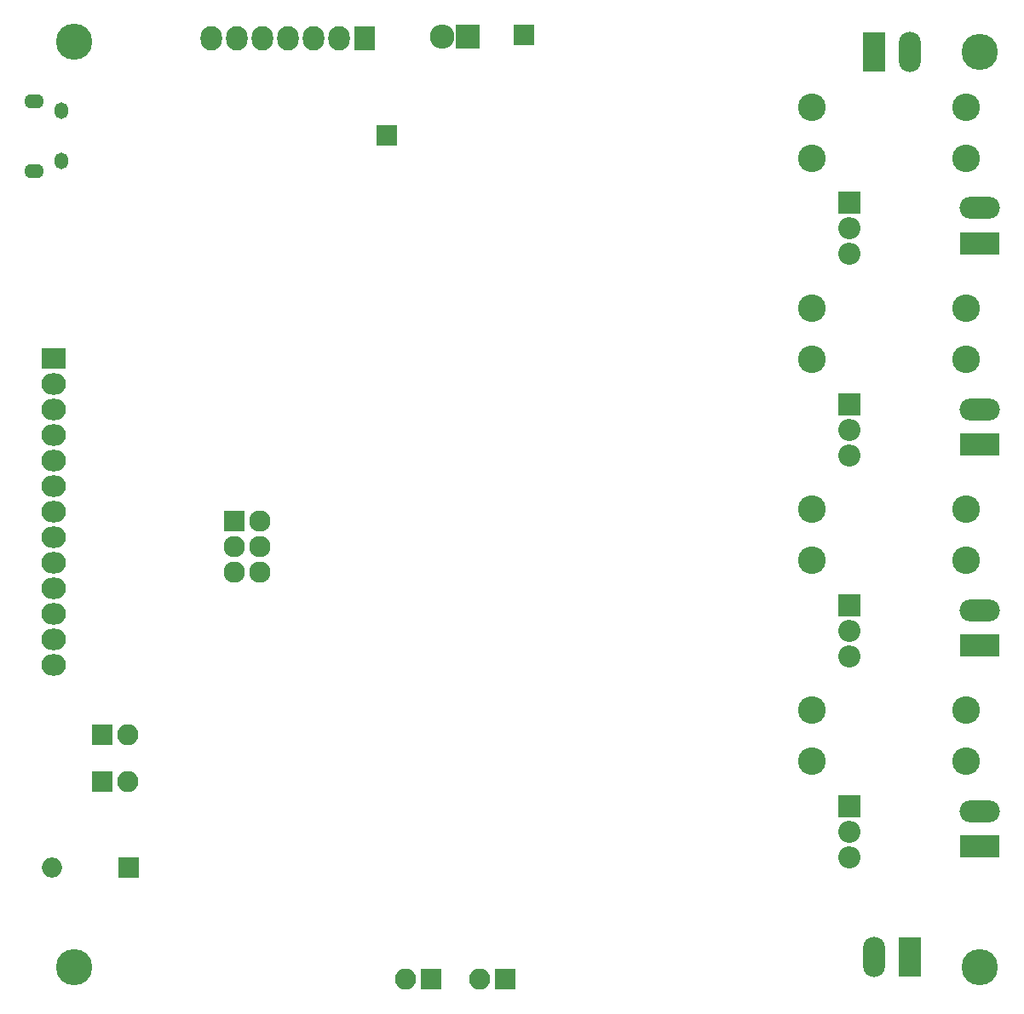
<source format=gbs>
G04 #@! TF.FileFunction,Soldermask,Bot*
%FSLAX46Y46*%
G04 Gerber Fmt 4.6, Leading zero omitted, Abs format (unit mm)*
G04 Created by KiCad (PCBNEW 4.0.5) date 05/01/17 10:10:01*
%MOMM*%
%LPD*%
G01*
G04 APERTURE LIST*
%ADD10C,0.100000*%
%ADD11C,3.600000*%
%ADD12R,2.127200X2.127200*%
%ADD13O,2.127200X2.127200*%
%ADD14R,2.200000X4.000000*%
%ADD15O,2.200000X4.000000*%
%ADD16O,1.350000X1.650000*%
%ADD17O,1.950000X1.400000*%
%ADD18R,2.432000X2.127200*%
%ADD19O,2.432000X2.127200*%
%ADD20C,2.749500*%
%ADD21R,2.100000X2.100000*%
%ADD22O,2.100000X2.100000*%
%ADD23R,2.000000X2.000000*%
%ADD24O,2.000000X2.000000*%
%ADD25R,4.000000X2.200000*%
%ADD26O,4.000000X2.200000*%
%ADD27R,2.127200X2.432000*%
%ADD28O,2.127200X2.432000*%
%ADD29R,2.432000X2.432000*%
%ADD30O,2.432000X2.432000*%
%ADD31R,2.200000X2.200000*%
%ADD32O,2.200000X2.200000*%
G04 APERTURE END LIST*
D10*
D11*
X125000000Y-113000000D03*
X35000000Y-113000000D03*
X125000000Y-22000000D03*
D12*
X50860000Y-68650000D03*
D13*
X53400000Y-68650000D03*
X50860000Y-71190000D03*
X53400000Y-71190000D03*
X50860000Y-73730000D03*
X53400000Y-73730000D03*
D14*
X114510000Y-22000000D03*
D15*
X118010000Y-22000000D03*
D16*
X33710000Y-27850000D03*
X33710000Y-32850000D03*
D17*
X31010000Y-26850000D03*
X31010000Y-33850000D03*
D18*
X32910000Y-52500000D03*
D19*
X32910000Y-55040000D03*
X32910000Y-57580000D03*
X32910000Y-60120000D03*
X32910000Y-62660000D03*
X32910000Y-65200000D03*
X32910000Y-67740000D03*
X32910000Y-70280000D03*
X32910000Y-72820000D03*
X32910000Y-75360000D03*
X32910000Y-77900000D03*
X32910000Y-80440000D03*
X32910000Y-82980000D03*
D20*
X123660640Y-27460000D03*
X123660640Y-32540000D03*
X108339360Y-27460000D03*
X108339360Y-32540000D03*
D21*
X37810000Y-94500000D03*
D22*
X40350000Y-94500000D03*
D21*
X37810000Y-89900000D03*
D22*
X40350000Y-89900000D03*
D23*
X40410000Y-103050000D03*
D24*
X32790000Y-103050000D03*
D20*
X123660640Y-47460000D03*
X123660640Y-52540000D03*
X108339360Y-47460000D03*
X108339360Y-52540000D03*
X123660640Y-67460000D03*
X123660640Y-72540000D03*
X108339360Y-67460000D03*
X108339360Y-72540000D03*
X123660640Y-87460000D03*
X123660640Y-92540000D03*
X108339360Y-87460000D03*
X108339360Y-92540000D03*
D25*
X125000000Y-61000000D03*
D26*
X125000000Y-57500000D03*
D25*
X125000000Y-81000000D03*
D26*
X125000000Y-77500000D03*
D14*
X118000000Y-112000000D03*
D15*
X114500000Y-112000000D03*
D25*
X125000000Y-41000000D03*
D26*
X125000000Y-37500000D03*
D25*
X125000000Y-101000000D03*
D26*
X125000000Y-97500000D03*
D27*
X63810000Y-20600000D03*
D28*
X61270000Y-20600000D03*
X58730000Y-20600000D03*
X56190000Y-20600000D03*
X53650000Y-20600000D03*
X51110000Y-20600000D03*
X48570000Y-20600000D03*
D29*
X74060000Y-20450000D03*
D30*
X71520000Y-20450000D03*
D31*
X112000000Y-37000000D03*
D32*
X112000000Y-39540000D03*
X112000000Y-42080000D03*
D31*
X112000000Y-57000000D03*
D32*
X112000000Y-59540000D03*
X112000000Y-62080000D03*
D31*
X112000000Y-77000000D03*
D32*
X112000000Y-79540000D03*
X112000000Y-82080000D03*
D31*
X112000000Y-97000000D03*
D32*
X112000000Y-99540000D03*
X112000000Y-102080000D03*
D21*
X79660000Y-20300000D03*
X77810000Y-114200000D03*
D22*
X75270000Y-114200000D03*
D21*
X70460000Y-114150000D03*
D22*
X67920000Y-114150000D03*
D21*
X66060000Y-30250000D03*
D11*
X35000000Y-21000000D03*
M02*

</source>
